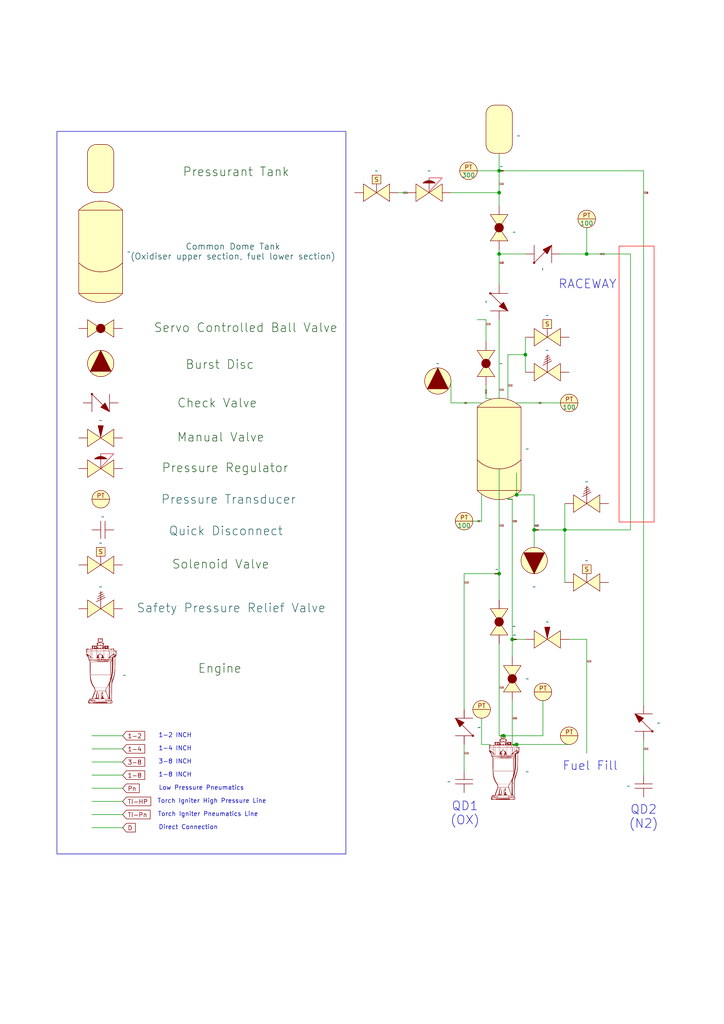
<source format=kicad_sch>
(kicad_sch (version 20250114) (generator "eeschema") (generator_version "9.0")
  (paper "A4" portrait)
  (title_block (title "Pluto Propulsion P&ID") (date "2025-02-25") (company "ICLR"))
  (lib_symbols
    (symbol "Ball_Valve_1"
      (property "Reference" "BV" (at 3.81 -4.318 0))
      (symbol "Ball_Valve_1_1_1"
        (pin passive line (at -2.54 0 0) (length 2.54) (name "") (number ""))
        (pin passive line (at 10.16 0 180) (length 2.54) (name "") (number ""))
      )
    )
    (symbol "Ball_Valve_2"
      (property "Reference" "BV" (at 3.81 -4.318 0))
      (symbol "Ball_Valve_2_1_1"
        (pin passive line (at -2.54 0 0) (length 2.54) (name "") (number ""))
        (pin passive line (at 10.16 0 180) (length 2.54) (name "") (number ""))
      )
    )
    (symbol "Ball_Valve_3"
      (property "Reference" "BV" (at 3.81 -4.318 0))
      (symbol "Ball_Valve_3_1_1"
        (pin passive line (at -2.54 0 0) (length 2.54) (name "") (number ""))
        (pin passive line (at 10.16 0 180) (length 2.54) (name "") (number ""))
      )
    )
    (symbol "Ball_Valve_4"
      (property "Reference" "BV" (at 3.81 -4.318 0))
      (symbol "Ball_Valve_4_1_1"
        (pin passive line (at -2.54 0 0) (length 2.54) (name "") (number ""))
        (pin passive line (at 10.16 0 180) (length 2.54) (name "") (number ""))
      )
    )
    (symbol "Burst_Disc_1"
      (property "Reference" "Burst_Disc" (at 0 -5.334 0))
      (symbol "Burst_Disc_1_1_1"
        (pin passive line (at -3.81 0 0) (length 0) (name "") (number ""))
        (pin passive line (at 0 -3.81 90) (length 0) (name "") (number ""))
        (pin passive line (at 3.81 0 180) (length 0) (name "") (number ""))
      )
    )
    (symbol "Burst_Disc_2"
      (property "Reference" "Burst_Disc" (at 0 -5.334 0))
      (symbol "Burst_Disc_2_1_1"
        (pin passive line (at -3.81 0 0) (length 0) (name "") (number ""))
        (pin passive line (at 0 -3.81 90) (length 0) (name "") (number ""))
        (pin passive line (at 3.81 0 180) (length 0) (name "") (number ""))
      )
    )
    (symbol "Check_Valve_1"
      (property "Reference" "CV" (at 2.54 -4.064 0))
      (symbol "Check_Valve_1_1_1"
        (pin bidirectional line (at -2.54 0 0) (length 2.54) (name "") (number ""))
        (pin bidirectional line (at 7.62 0 180) (length 2.54) (name "") (number ""))
      )
    )
    (symbol "Check_Valve_2"
      (property "Reference" "CV" (at 2.54 -4.064 0))
      (symbol "Check_Valve_2_1_1"
        (pin bidirectional line (at -2.54 0 0) (length 2.54) (name "") (number ""))
        (pin bidirectional line (at 7.62 0 180) (length 2.54) (name "") (number ""))
      )
    )
    (symbol "Check_Valve_3"
      (property "Reference" "CV" (at 2.54 -4.064 0))
      (symbol "Check_Valve_3_1_1"
        (pin bidirectional line (at -2.54 0 0) (length 2.54) (name "") (number ""))
        (pin bidirectional line (at 7.62 0 180) (length 2.54) (name "") (number ""))
      )
    )
    (symbol "Check_Valve_4"
      (property "Reference" "CV" (at 2.54 -4.064 0))
      (symbol "Check_Valve_4_1_1"
        (pin bidirectional line (at -2.54 0 0) (length 2.54) (name "") (number ""))
        (pin bidirectional line (at 7.62 0 180) (length 2.54) (name "") (number ""))
      )
    )
    (symbol "Common_Dome_Tank_1" (pin_numbers (hide yes)) (pin_names (hide yes))
      (symbol "Common_Dome_Tank_1_1_1"
        (pin passive line (at -5.08 8.89 270) (length 0) (name "") (number ""))
        (pin passive line (at -5.08 -17.78 90) (length 0) (name "") (number ""))
        (pin passive line (at -2.54 10.16 270) (length 0) (name "") (number ""))
        (pin passive line (at -2.54 -19.05 90) (length 0) (name "") (number ""))
        (pin passive line (at 0 10.16 270) (length 0) (name "") (number ""))
        (pin passive line (at 0 -10.16 90) (length 0) (name "") (number ""))
        (pin passive line (at 2.54 10.16 270) (length 0) (name "") (number ""))
        (pin passive line (at 2.54 -19.05 90) (length 0) (name "") (number ""))
        (pin passive line (at 5.08 8.89 270) (length 0) (name "") (number ""))
        (pin passive line (at 5.08 -17.78 90) (length 0) (name "") (number ""))
      )
    )
    (symbol "Engine_1"
      (property "Reference" "Engine" (at 0 0 0))
      (symbol "Engine_1_1_1"
        (pin input line (at -3.81 3.81 0) (length 0) (name "") (number ""))
        (pin input line (at 0 6.35 0) (length 0) (name "") (number ""))
        (pin input line (at 3.81 3.81 0) (length 0) (name "") (number ""))
      )
    )
    (symbol "Needle_Valve_1"
      (property "Reference" "Needle_Valve" (at 3.556 -3.81 0))
      (symbol "Needle_Valve_1_1_1"
        (pin passive line (at -2.54 0 0) (length 2.54) (name "") (number ""))
        (pin passive line (at 10.16 0 180) (length 2.54) (name "") (number ""))
      )
    )
    (symbol "PID_symbols:Ball_Valve"
      (property "Reference" "BV" (at 3.81 -4.318 0))
      (symbol "Ball_Valve_1_1"
        (pin passive line (at -2.54 0 0) (length 2.54) (name "") (number ""))
        (pin passive line (at 10.16 0 180) (length 2.54) (name "") (number ""))
      )
    )
    (symbol "PID_symbols:Burst_Disc"
      (property "Reference" "Burst_Disc" (at 0 -5.334 0))
      (symbol "Burst_Disc_1_1"
        (pin passive line (at -3.81 0 0) (length 0) (name "") (number ""))
        (pin passive line (at 0 -3.81 90) (length 0) (name "") (number ""))
        (pin passive line (at 3.81 0 180) (length 0) (name "") (number ""))
      )
    )
    (symbol "PID_symbols:Check_Valve"
      (property "Reference" "CV" (at 2.54 -4.064 0))
      (symbol "Check_Valve_1_1"
        (pin bidirectional line (at -2.54 0 0) (length 2.54) (name "") (number ""))
        (pin bidirectional line (at 7.62 0 180) (length 2.54) (name "") (number ""))
      )
    )
    (symbol "PID_symbols:Common_Dome_Tank"
      (symbol "Common_Dome_Tank_1_1"
        (pin passive line (at -5.08 8.89 270) (length 0) (name "") (number ""))
        (pin passive line (at -5.08 -17.78 90) (length 0) (name "") (number ""))
        (pin passive line (at -2.54 10.16 270) (length 0) (name "") (number ""))
        (pin passive line (at -2.54 -19.05 90) (length 0) (name "") (number ""))
        (pin passive line (at 0 10.16 270) (length 0) (name "") (number ""))
        (pin passive line (at 0 -10.16 90) (length 0) (name "") (number ""))
        (pin passive line (at 2.54 10.16 270) (length 0) (name "") (number ""))
        (pin passive line (at 2.54 -19.05 90) (length 0) (name "") (number ""))
        (pin passive line (at 5.08 8.89 270) (length 0) (name "") (number ""))
        (pin passive line (at 5.08 -17.78 90) (length 0) (name "") (number ""))
      )
    )
    (symbol "PID_symbols:Engine"
      (property "Reference" "Engine" (at 0 0 0))
      (symbol "Engine_1_1"
        (pin input line (at -3.81 3.81 0) (length 0) (name "") (number ""))
        (pin input line (at 0 6.35 0) (length 0) (name "") (number ""))
        (pin input line (at 3.81 3.81 0) (length 0) (name "") (number ""))
      )
    )
    (symbol "PID_symbols:Needle_Valve"
      (property "Reference" "Needle_Valve" (at 3.556 -3.81 0))
      (symbol "Needle_Valve_1_1"
        (pin passive line (at -2.54 0 0) (length 2.54) (name "") (number ""))
        (pin passive line (at 10.16 0 180) (length 2.54) (name "") (number ""))
      )
    )
    (symbol "PID_symbols:Pressure_Regulator"
      (property "Reference" "Reg" (at 3.81 -2.54 0))
      (symbol "Pressure_Regulator_1_1"
        (pin passive line (at -2.54 0 0) (length 2.54) (name "") (number ""))
        (pin passive line (at 10.16 0 180) (length 2.54) (name "") (number ""))
      )
    )
    (symbol "PID_symbols:Pressure_Transducer"
      (property "Reference" "PT" (at 0 -3.81 0))
      (symbol "Pressure_Transducer_1_1"
        (text "PT\n" (at 0 1.016 0) (effects (font (size 1.27 1.27))))
        (pin passive line (at -2.54 0 0) (length 0) (name "") (number ""))
        (pin passive line (at 0 -2.54 90) (length 0) (name "") (number ""))
        (pin passive line (at 2.54 0 180) (length 0) (name "") (number ""))
      )
    )
    (symbol "PID_symbols:Quick_Disconnect"
      (property "Reference" "QD" (at 0.762 -4.572 0))
      (symbol "Quick_Disconnect_1_1"
        (pin passive line (at -2.54 0 0) (length 2.54) (name "") (number ""))
        (pin passive line (at 3.81 0 180) (length 2.54) (name "") (number ""))
      )
    )
    (symbol "PID_symbols:SPRV"
      (property "Reference" "SPRV" (at 3.556 -3.302 0))
      (symbol "SPRV_1_1"
        (pin passive line (at -2.54 0 0) (length 2.54) (name "") (number ""))
        (pin passive line (at 10.16 0 180) (length 2.54) (name "") (number ""))
      )
    )
    (symbol "PID_symbols:Solenoid"
      (property "Reference" "Solenoid" (at 3.81 -3.81 0))
      (symbol "Solenoid_1_1"
        (text "S\n" (at 3.81 3.81 0) (effects (font (size 1.27 1.27))))
        (pin passive line (at -2.54 0 0) (length 2.54) (name "") (number ""))
        (pin passive line (at 10.16 0 180) (length 2.54) (name "") (number ""))
      )
    )
    (symbol "PID_symbols:Tank"
      (property "Reference" "T" (at 6.35 5.08 0))
      (symbol "Tank_1_1"
        (pin passive line (at 1.27 11.43 270) (length 0) (name "") (number ""))
        (pin passive line (at 1.27 -2.54 90) (length 0) (name "") (number ""))
      )
    )
    (symbol "PID_symbols:stop" (in_bom no) (on_board no)
      (symbol "stop_1_1"
        (pin bidirectional line (at -1.27 0 0) (length 0) (name "") (number ""))
        (pin bidirectional line (at 0 0 180) (length 0) (name "") (number ""))
      )
    )
    (symbol "Pressure_Regulator_1"
      (property "Reference" "Reg" (at 3.81 -2.54 0))
      (symbol "Pressure_Regulator_1_1_1"
        (pin passive line (at -2.54 0 0) (length 2.54) (name "") (number ""))
        (pin passive line (at 10.16 0 180) (length 2.54) (name "") (number ""))
      )
    )
    (symbol "Pressure_Transducer_1"
      (property "Reference" "PT" (at 0 -3.81 0))
      (symbol "Pressure_Transducer_1_1_1"
        (text "PT\n" (at 0 1.016 0) (effects (font (size 1.27 1.27))))
        (pin passive line (at -2.54 0 0) (length 0) (name "") (number ""))
        (pin passive line (at 0 -2.54 90) (length 0) (name "") (number ""))
        (pin passive line (at 2.54 0 180) (length 0) (name "") (number ""))
      )
    )
    (symbol "Pressure_Transducer_2"
      (property "Reference" "PT" (at 0 -3.81 0))
      (symbol "Pressure_Transducer_2_1_1"
        (text "PT\n" (at 0 1.016 0) (effects (font (size 1.27 1.27))))
        (pin passive line (at -2.54 0 0) (length 0) (name "") (number ""))
        (pin passive line (at 0 -2.54 90) (length 0) (name "") (number ""))
        (pin passive line (at 2.54 0 180) (length 0) (name "") (number ""))
      )
    )
    (symbol "Pressure_Transducer_3"
      (property "Reference" "PT" (at 0 -3.81 0))
      (symbol "Pressure_Transducer_3_1_1"
        (text "PT\n" (at 0 1.016 0) (effects (font (size 1.27 1.27))))
        (pin passive line (at -2.54 0 0) (length 0) (name "") (number ""))
        (pin passive line (at 0 -2.54 90) (length 0) (name "") (number ""))
        (pin passive line (at 2.54 0 180) (length 0) (name "") (number ""))
      )
    )
    (symbol "Pressure_Transducer_4"
      (property "Reference" "PT" (at 0 -3.81 0))
      (symbol "Pressure_Transducer_4_1_1"
        (text "PT\n" (at 0 1.016 0) (effects (font (size 1.27 1.27))))
        (pin passive line (at -2.54 0 0) (length 0) (name "") (number ""))
        (pin passive line (at 0 -2.54 90) (length 0) (name "") (number ""))
        (pin passive line (at 2.54 0 180) (length 0) (name "") (number ""))
      )
    )
    (symbol "Pressure_Transducer_5"
      (property "Reference" "PT" (at 0 -3.81 0))
      (symbol "Pressure_Transducer_5_1_1"
        (text "PT\n" (at 0 1.016 0) (effects (font (size 1.27 1.27))))
        (pin passive line (at -2.54 0 0) (length 0) (name "") (number ""))
        (pin passive line (at 0 -2.54 90) (length 0) (name "") (number ""))
        (pin passive line (at 2.54 0 180) (length 0) (name "") (number ""))
      )
    )
    (symbol "Pressure_Transducer_6"
      (property "Reference" "PT" (at 0 -3.81 0))
      (symbol "Pressure_Transducer_6_1_1"
        (text "PT\n" (at 0 1.016 0) (effects (font (size 1.27 1.27))))
        (pin passive line (at -2.54 0 0) (length 0) (name "") (number ""))
        (pin passive line (at 0 -2.54 90) (length 0) (name "") (number ""))
        (pin passive line (at 2.54 0 180) (length 0) (name "") (number ""))
      )
    )
    (symbol "Pressure_Transducer_7"
      (property "Reference" "PT" (at 0 -3.81 0))
      (symbol "Pressure_Transducer_7_1_1"
        (text "PT\n" (at 0 1.016 0) (effects (font (size 1.27 1.27))))
        (pin passive line (at -2.54 0 0) (length 0) (name "") (number ""))
        (pin passive line (at 0 -2.54 90) (length 0) (name "") (number ""))
        (pin passive line (at 2.54 0 180) (length 0) (name "") (number ""))
      )
    )
    (symbol "Quick_Disconnect_1"
      (property "Reference" "QD" (at 0.762 -4.572 0))
      (symbol "Quick_Disconnect_1_1_1"
        (pin passive line (at -2.54 0 0) (length 2.54) (name "") (number ""))
        (pin passive line (at 3.81 0 180) (length 2.54) (name "") (number ""))
      )
    )
    (symbol "Quick_Disconnect_2"
      (property "Reference" "QD" (at 0.762 -4.572 0))
      (symbol "Quick_Disconnect_2_1_1"
        (pin passive line (at -2.54 0 0) (length 2.54) (name "") (number ""))
        (pin passive line (at 3.81 0 180) (length 2.54) (name "") (number ""))
      )
    )
    (symbol "SPRV_1"
      (property "Reference" "SPRV" (at 3.556 -3.302 0))
      (symbol "SPRV_1_1_1"
        (pin passive line (at -2.54 0 0) (length 2.54) (name "") (number ""))
        (pin passive line (at 10.16 0 180) (length 2.54) (name "") (number ""))
      )
    )
    (symbol "SPRV_2"
      (property "Reference" "SPRV" (at 3.556 -3.302 0))
      (symbol "SPRV_2_1_1"
        (pin passive line (at -2.54 0 0) (length 2.54) (name "") (number ""))
        (pin passive line (at 10.16 0 180) (length 2.54) (name "") (number ""))
      )
    )
    (symbol "Solenoid_1"
      (property "Reference" "Solenoid" (at 3.81 -3.81 0))
      (symbol "Solenoid_1_1_1"
        (text "S\n" (at 3.81 3.81 0) (effects (font (size 1.27 1.27))))
        (pin passive line (at -2.54 0 0) (length 2.54) (name "") (number ""))
        (pin passive line (at 10.16 0 180) (length 2.54) (name "") (number ""))
      )
    )
    (symbol "Solenoid_2"
      (property "Reference" "Solenoid" (at 3.81 -3.81 0))
      (symbol "Solenoid_2_1_1"
        (text "S\n" (at 3.81 3.81 0) (effects (font (size 1.27 1.27))))
        (pin passive line (at -2.54 0 0) (length 2.54) (name "") (number ""))
        (pin passive line (at 10.16 0 180) (length 2.54) (name "") (number ""))
      )
    )
    (symbol "Solenoid_3"
      (property "Reference" "Solenoid" (at 3.81 -3.81 0))
      (symbol "Solenoid_3_1_1"
        (text "S\n" (at 3.81 3.81 0) (effects (font (size 1.27 1.27))))
        (pin passive line (at -2.54 0 0) (length 2.54) (name "") (number ""))
        (pin passive line (at 10.16 0 180) (length 2.54) (name "") (number ""))
      )
    )
    (symbol "Tank_1"
      (property "Reference" "T" (at 6.35 5.08 0))
      (symbol "Tank_1_1_1"
        (pin passive line (at 1.27 11.43 270) (length 0) (name "") (number ""))
        (pin passive line (at 1.27 -2.54 90) (length 0) (name "") (number ""))
      )
    )
    (symbol "stop_1" (in_bom no) (on_board no)
      (symbol "stop_1_1_1"
        (pin bidirectional line (at -1.27 0 0) (length 0) (name "") (number ""))
        (pin bidirectional line (at 0 0 180) (length 0) (name "") (number ""))
      )
    )
    (symbol "stop_2" (in_bom no) (on_board no)
      (symbol "stop_2_1_1"
        (pin bidirectional line (at -1.27 0 0) (length 0) (name "") (number ""))
        (pin bidirectional line (at 0 0 180) (length 0) (name "") (number ""))
      )
    )
    (symbol "stop_3" (in_bom no) (on_board no)
      (symbol "stop_3_1_1"
        (pin bidirectional line (at -1.27 0 0) (length 0) (name "") (number ""))
        (pin bidirectional line (at 0 0 180) (length 0) (name "") (number ""))
      )
    )
  )
  (rectangle (start 179.578 71.374) (end 189.738 151.384) (stroke (width 0) (color 255 0 0 1)))
  (rectangle (start 16.51 38.1) (end 100.33 247.65))
  (text "Low Pressure Pneumatics" (at 58.42 228.6 0) (effects (font (size 1.27 1.27))))
  (text "Torch Igniter Pneumatics Line" (at 60.325 236.22 0) (effects (font (size 1.27 1.27))))
  (text "QD1\n(OX)\n" (at 134.874 235.966 0) (effects (font (size 2.54 2.54))))
  (text "Safety Pressure Relief Valve\n" (at 67.056 176.53 0) (effects (font (size 2.54 2.54))))
  (text " Torch Igniter High Pressure Line" (at 60.96 232.41 0) (effects (font (size 1.27 1.27))))
  (text "1-8 INCH\n" (at 50.8 224.79 0) (effects (font (size 1.27 1.27))))
  (text "Direct Connection" (at 54.61 240.03 0) (effects (font (size 1.27 1.27))))
  (text "Common Dome Tank\n(Oxidiser upper section, fuel lower section)\n" (at 67.564 73.152 0) (effects (font (size 1.778 1.778))))
  (text "Solenoid Valve" (at 64.008 163.83 0) (effects (font (size 2.54 2.54))))
  (text "Fuel Fill\n" (at 171.196 222.25 0) (effects (font (size 2.54 2.54))))
  (text "Engine\n" (at 63.754 194.056 0) (effects (font (size 2.54 2.54))))
  (text "Quick Disconnect\n" (at 65.532 154.178 0) (effects (font (size 2.54 2.54))))
  (text "3-8 INCH\n" (at 50.8 220.98 0) (effects (font (size 1.27 1.27))))
  (text "RACEWAY" (at 170.434 82.55 0) (effects (font (size 2.54 2.54))))
  (text "1-4 INCH\n" (at 50.8 217.17 0) (effects (font (size 1.27 1.27))))
  (text "QD2\n(N2)\n" (at 186.69 236.982 0) (effects (font (size 2.54 2.54))))
  (text "1-2 INCH\n" (at 50.8 213.36 0) (effects (font (size 1.27 1.27))))
  (text "Pressure Transducer" (at 66.294 145.034 0) (effects (font (size 2.54 2.54))))
  (text "Manual Valve" (at 64.008 127 0) (effects (font (size 2.54 2.54))))
  (junction (at 144.78 55.88))
  (junction (at 144.78 49.53))
  (junction (at 148.59 185.42))
  (junction (at 154.94 153.67))
  (junction (at 146.05 213.36))
  (junction (at 149.86 143.51))
  (junction (at 144.78 166.37))
  (junction (at 163.83 153.67))
  (junction (at 152.4 102.87))
  (junction (at 149.86 215.9))
  (junction (at 144.78 73.66))
  (junction (at 170.18 73.66))
  (wire (pts (xy 148.59 185.42) (xy 148.59 190.5)))
  (wire (pts (xy 26.67 228.6) (xy 35.56 228.6)))
  (wire (pts (xy 170.18 66.04) (xy 170.18 73.66)))
  (wire (pts (xy 144.78 213.36) (xy 146.05 213.36)))
  (wire (pts (xy 144.78 49.53) (xy 144.78 55.88)))
  (wire (pts (xy 144.78 92.71) (xy 144.78 115.57)))
  (wire (pts (xy 186.69 49.53) (xy 186.69 204.47)))
  (wire (pts (xy 157.48 213.36) (xy 146.05 213.36)))
  (wire (pts (xy 163.83 146.05) (xy 163.83 153.67)))
  (wire (pts (xy 137.16 151.13) (xy 139.7 151.13)))
  (wire (pts (xy 26.67 213.36) (xy 35.56 213.36)))
  (wire (pts (xy 26.67 232.41) (xy 35.56 232.41)))
  (wire (pts (xy 139.7 215.9) (xy 142.24 215.9)))
  (wire (pts (xy 140.97 115.57) (xy 142.24 115.57)))
  (wire (pts (xy 138.43 92.71) (xy 140.97 92.71)))
  (wire (pts (xy 144.78 72.39) (xy 144.78 73.66)))
  (wire (pts (xy 144.78 73.66) (xy 152.4 73.66)))
  (wire (pts (xy 140.97 111.76) (xy 140.97 115.57)))
  (wire (pts (xy 148.59 215.9) (xy 149.86 215.9)) (stroke (width 0.3) (type dash)))
  (wire (pts (xy 140.97 92.71) (xy 140.97 99.06)))
  (wire (pts (xy 165.1 185.42) (xy 170.18 185.42)))
  (wire (pts (xy 130.81 116.84) (xy 130.81 110.49)))
  (wire (pts (xy 154.94 153.67) (xy 154.94 158.75)))
  (wire (pts (xy 146.05 49.53) (xy 186.69 49.53)))
  (wire (pts (xy 26.67 220.98) (xy 35.56 220.98)))
  (wire (pts (xy 139.7 208.28) (xy 139.7 215.9)))
  (wire (pts (xy 139.7 116.84) (xy 130.81 116.84)))
  (wire (pts (xy 162.56 73.66) (xy 170.18 73.66)))
  (wire (pts (xy 134.62 166.37) (xy 134.62 205.74)))
  (wire (pts (xy 165.1 215.9) (xy 149.86 215.9)))
  (wire (pts (xy 149.86 116.84) (xy 162.56 116.84)))
  (wire (pts (xy 149.86 143.51) (xy 154.94 143.51)))
  (wire (pts (xy 152.4 102.87) (xy 152.4 97.79)))
  (wire (pts (xy 149.86 137.16) (xy 149.86 143.51)))
  (wire (pts (xy 147.32 115.57) (xy 147.32 102.87)))
  (wire (pts (xy 170.18 73.66) (xy 182.88 73.66)))
  (wire (pts (xy 163.83 153.67) (xy 163.83 168.91)))
  (wire (pts (xy 26.67 224.79) (xy 35.56 224.79)))
  (wire (pts (xy 186.69 214.63) (xy 186.69 224.79)))
  (wire (pts (xy 156.21 153.67) (xy 163.83 153.67)))
  (wire (pts (xy 144.78 186.69) (xy 144.78 213.36)))
  (wire (pts (xy 154.94 143.51) (xy 154.94 153.67)))
  (wire (pts (xy 143.51 166.37) (xy 134.62 166.37)))
  (wire (pts (xy 26.67 217.17) (xy 35.56 217.17)))
  (wire (pts (xy 163.83 153.67) (xy 182.88 153.67)))
  (wire (pts (xy 157.48 203.2) (xy 157.48 213.36)))
  (wire (pts (xy 144.78 59.69) (xy 144.78 55.88)))
  (wire (pts (xy 152.4 102.87) (xy 152.4 107.95)))
  (wire (pts (xy 144.78 44.45) (xy 144.78 49.53)))
  (wire (pts (xy 26.67 240.03) (xy 35.56 240.03)))
  (wire (pts (xy 26.67 236.22) (xy 35.56 236.22)))
  (wire (pts (xy 134.62 215.9) (xy 134.62 223.52)))
  (wire (pts (xy 182.88 73.66) (xy 182.88 153.67)))
  (wire (pts (xy 148.59 144.78) (xy 147.32 144.78)) (stroke (width 0.3) (type dash)))
  (wire (pts (xy 130.81 55.88) (xy 144.78 55.88)))
  (wire (pts (xy 139.7 151.13) (xy 139.7 143.51)))
  (wire (pts (xy 115.57 55.88) (xy 118.11 55.88)))
  (wire (pts (xy 148.59 144.78) (xy 148.59 185.42)))
  (wire (pts (xy 144.78 135.89) (xy 144.78 166.37)))
  (wire (pts (xy 148.59 203.2) (xy 148.59 215.9)))
  (wire (pts (xy 144.78 166.37) (xy 144.78 173.99)))
  (wire (pts (xy 138.43 49.53) (xy 144.78 49.53)))
  (wire (pts (xy 144.78 73.66) (xy 144.78 82.55)))
  (wire (pts (xy 147.32 102.87) (xy 152.4 102.87)))
  (wire (pts (xy 170.18 185.42) (xy 170.18 218.44)))
  (wire (pts (xy 152.4 185.42) (xy 149.86 185.42)))
  (global_label "1-8" (shape input) (at 186.69 55.88 0) (effects (font (size 0.254 0.254))) (property "Intersheetrefs" "${INTERSHEET_REFS}" (effects (hide yes))))
  (global_label "D" (shape input) (at 156.21 116.84 0) (effects (font (size 0.254 0.254))) (property "Intersheetrefs" "${INTERSHEET_REFS}" (effects (hide yes))))
  (global_label "1-2" (shape input) (at 144.78 152.4 0) (effects (font (size 0.254 0.254))) (property "Intersheetrefs" "${INTERSHEET_REFS}" (effects (hide yes))))
  (global_label "1-4" (shape input) (at 147.32 111.76 0) (effects (font (size 0.254 0.254))) (property "Intersheetrefs" "${INTERSHEET_REFS}" (effects (hide yes))))
  (global_label "1-2" (shape input) (at 154.94 152.4 0) (effects (font (size 0.254 0.254))) (property "Intersheetrefs" "${INTERSHEET_REFS}" (effects (hide yes))))
  (global_label "1-4" (shape input) (at 144.78 113.03 0) (effects (font (size 0.254 0.254))) (property "Intersheetrefs" "${INTERSHEET_REFS}" (effects (hide yes))))
  (global_label "1-4" (shape input) (at 144.78 53.34 0) (effects (font (size 0.254 0.254))) (property "Intersheetrefs" "${INTERSHEET_REFS}" (effects (hide yes))))
  (global_label "D" (shape input) (at 35.56 240.03 0) (property "Intersheetrefs" "${INTERSHEET_REFS}" (effects (hide yes))))
  (global_label "1-4" (shape input) (at 186.69 217.17 0) (effects (font (size 0.254 0.254))) (property "Intersheetrefs" "${INTERSHEET_REFS}" (effects (hide yes))))
  (global_label "1-4" (shape input) (at 140.97 93.98 0) (effects (font (size 0.254 0.254))) (property "Intersheetrefs" "${INTERSHEET_REFS}" (effects (hide yes))))
  (global_label "3-8" (shape input) (at 148.59 151.13 0) (effects (font (size 0.254 0.254))) (property "Intersheetrefs" "${INTERSHEET_REFS}" (effects (hide yes))))
  (global_label "D" (shape input) (at 138.43 151.13 0) (effects (font (size 0.254 0.254))) (property "Intersheetrefs" "${INTERSHEET_REFS}" (effects (hide yes))))
  (global_label "1-4" (shape input) (at 134.62 168.91 0) (effects (font (size 0.254 0.254))) (property "Intersheetrefs" "${INTERSHEET_REFS}" (effects (hide yes))))
  (global_label "D" (shape input) (at 134.62 116.84 0) (effects (font (size 0.254 0.254))) (property "Intersheetrefs" "${INTERSHEET_REFS}" (effects (hide yes))))
  (global_label "3-8" (shape input) (at 144.78 76.2 0) (effects (font (size 0.254 0.254))) (property "Intersheetrefs" "${INTERSHEET_REFS}" (effects (hide yes))))
  (global_label "1-4" (shape input) (at 134.62 218.44 0) (effects (font (size 0.254 0.254))) (property "Intersheetrefs" "${INTERSHEET_REFS}" (effects (hide yes))))
  (global_label "1-4" (shape input) (at 35.56 217.17 0) (property "Intersheetrefs" "${INTERSHEET_REFS}" (effects (hide yes))))
  (global_label "1-2" (shape input) (at 35.56 213.36 0) (property "Intersheetrefs" "${INTERSHEET_REFS}" (effects (hide yes))))
  (global_label "1-8" (shape input) (at 35.56 224.79 0) (property "Intersheetrefs" "${INTERSHEET_REFS}" (effects (hide yes))))
  (global_label "1-4" (shape input) (at 170.18 191.77 0) (effects (font (size 0.254 0.254))) (property "Intersheetrefs" "${INTERSHEET_REFS}" (effects (hide yes))))
  (global_label "3-8" (shape input) (at 35.56 220.98 0) (property "Intersheetrefs" "${INTERSHEET_REFS}" (effects (hide yes))))
  (global_label "1-2" (shape input) (at 144.78 199.39 0) (effects (font (size 0.254 0.254))) (property "Intersheetrefs" "${INTERSHEET_REFS}" (effects (hide yes))))
  (global_label "1-4" (shape input) (at 173.99 73.66 0) (effects (font (size 0.254 0.254))) (property "Intersheetrefs" "${INTERSHEET_REFS}" (effects (hide yes))))
  (global_label "TI-Pn" (shape input) (at 35.56 236.22 0) (property "Intersheetrefs" "${INTERSHEET_REFS}" (effects (hide yes))))
  (global_label "3-8" (shape input) (at 148.59 208.28 0) (effects (font (size 0.254 0.254))) (property "Intersheetrefs" "${INTERSHEET_REFS}" (effects (hide yes))))
  (global_label "TI-HP" (shape input) (at 35.56 232.41 0) (property "Intersheetrefs" "${INTERSHEET_REFS}" (effects (hide yes))))
  (global_label "Pn" (shape input) (at 35.56 228.6 0) (property "Intersheetrefs" "${INTERSHEET_REFS}" (effects (hide yes))))
  (global_label "1-4" (shape input) (at 116.84 55.88 0) (effects (font (size 0.254 0.254))) (property "Intersheetrefs" "${INTERSHEET_REFS}" (effects (hide yes))))
  (global_label "1-4" (shape input) (at 140.97 114.3 90) (effects (font (size 0.254 0.254))) (property "Intersheetrefs" "${INTERSHEET_REFS}" (effects (hide yes))))
  (symbol (lib_name "Solenoid_1") (lib_id "PID_symbols:Solenoid") (at 166.37 168.91 0) (unit 1)
    (property "Reference" "Solenoid4" (effects (hide yes)))
    (property "Value" "~" (at 170.18 162.56 0))
  )
  (symbol (lib_id "PID_symbols:Pressure_Transducer") (at 165.1 116.84 0) (unit 1)
    (property "Reference" "PT10" (effects (hide yes)))
    (property "Value" "100" (at 165.1 118.11 0))
  )
  (symbol (lib_name "Solenoid_3") (lib_id "PID_symbols:Solenoid") (at 154.94 97.79 0) (unit 1)
    (property "Reference" "Solenoid3" (effects (hide yes)))
    (property "Value" "~" (at 158.75 91.44 0))
  )
  (symbol (lib_id "PID_symbols:Ball_Valve") (at 144.78 176.53 270) (unit 1)
    (property "Reference" "Ball_Valve2" (effects (hide yes)))
    (property "Value" "~" (at 148.59 181.61 90) (effects (justify left)))
  )
  (symbol (lib_id "PID_symbols:Pressure_Regulator") (at 25.4 135.89 0) (unit 1)
    (property "Reference" "Pressure_Regulator123" (effects (hide yes)))
    (property "Value" "Pressure Regulator" (at 65.278 135.636 0) (effects (font (size 2.54 2.54))))
    (property "Description" "Pressure Regulator" (effects (hide yes)))
  )
  (symbol (lib_name "Ball_Valve_4") (lib_id "PID_symbols:Ball_Valve") (at 144.78 69.85 90) (unit 1)
    (property "Reference" "BV11" (effects (hide yes)))
    (property "Value" "~" (at 148.59 67.31 90) (effects (justify right)))
  )
  (symbol (lib_id "PID_symbols:SPRV") (at 25.4 176.53 0) (unit 1)
    (property "Reference" "SPRV3" (effects (hide yes)))
    (property "Value" "~" (at 29.21 170.18 0))
  )
  (symbol (lib_name "Pressure_Transducer_1") (lib_id "PID_symbols:Pressure_Transducer") (at 134.62 151.13 0) (unit 1)
    (property "Reference" "PT9" (effects (hide yes)))
    (property "Value" "100" (at 134.62 152.4 0))
  )
  (symbol (lib_name "Ball_Valve_1") (lib_id "PID_symbols:Ball_Valve") (at 148.59 200.66 90) (unit 1)
    (property "Reference" "Ball_Valve3" (effects (hide yes)))
    (property "Value" "~" (at 152.4 196.85 90) (effects (justify right)))
  )
  (symbol (lib_name "Pressure_Regulator_1") (lib_id "PID_symbols:Pressure_Regulator") (at 120.65 55.88 0) (unit 1)
    (property "Reference" "Reg8" (effects (hide yes)))
    (property "Value" "~" (at 124.5225 49.53 0))
    (property "Description" "Pressure Regulator" (effects (hide yes)))
  )
  (symbol (lib_id "PID_symbols:Check_Valve") (at 134.62 213.36 270) (mirror x) (unit 1)
    (property "Reference" "Check_Valve2" (effects (hide yes)))
    (property "Value" "~" (at 138.43 210.947 90) (effects (justify left)))
  )
  (symbol (lib_name "Tank_1") (lib_id "PID_symbols:Tank") (at 27.94 53.34 0) (unit 1)
    (property "Reference" "Tank200" (effects (hide yes)))
    (property "Value" "Pressurant Tank" (at 52.832 49.784 0) (effects (font (size 2.54 2.54)) (justify left)))
  )
  (symbol (lib_name "stop_2") (lib_id "PID_symbols:stop") (at 149.86 185.42 0) (unit 1) (in_bom no) (on_board no)
    (property "Reference" "U4" (effects (hide yes)))
    (property "Value" "~" (at 149.225 184.15 0))
  )
  (symbol (lib_name "Pressure_Transducer_2") (lib_id "PID_symbols:Pressure_Transducer") (at 170.18 63.5 0) (unit 1)
    (property "Reference" "PT14" (effects (hide yes)))
    (property "Value" "100" (at 170.18 64.77 0))
  )
  (symbol (lib_name "Common_Dome_Tank_1") (lib_id "PID_symbols:Common_Dome_Tank") (at 29.21 68.58 0) (unit 1)
    (property "Reference" "CommonDomeTank2" (effects (hide yes)))
    (property "Value" "~" (at 36.83 73.0249 0) (effects (justify left)))
  )
  (symbol (lib_id "PID_symbols:Quick_Disconnect") (at 29.21 153.67 0) (unit 1)
    (property "Reference" "QD6" (effects (hide yes)))
    (property "Value" "~" (at 29.845 149.86 0))
  )
  (symbol (lib_name "Engine_1") (lib_id "PID_symbols:Engine") (at 29.21 191.77 0) (unit 1)
    (property "Reference" "Engine3" (effects (hide yes)))
    (property "Value" "~" (at 35.56 195.8269 0) (effects (justify left)))
  )
  (symbol (lib_id "PID_symbols:Needle_Valve") (at 25.4 127 0) (unit 1)
    (property "Reference" "Needle_Valve2" (effects (hide yes)))
    (property "Value" "~" (at 29.21 121.92 0))
  )
  (symbol (lib_name "Pressure_Transducer_5") (lib_id "PID_symbols:Pressure_Transducer") (at 165.1 213.36 0) (unit 1)
    (property "Reference" "PT15" (effects (hide yes)))
  )
  (symbol (lib_name "Check_Valve_1") (lib_id "PID_symbols:Check_Valve") (at 154.94 73.66 0) (mirror x) (unit 1)
    (property "Reference" "Check_Valve4" (effects (hide yes)))
    (property "Value" "~" (at 157.353 77.47 90) (effects (justify left)))
  )
  (symbol (lib_name "Pressure_Transducer_3") (lib_id "PID_symbols:Pressure_Transducer") (at 29.21 144.78 0) (unit 1)
    (property "Reference" "PT7" (effects (hide yes)))
  )
  (symbol (lib_name "Check_Valve_2") (lib_id "PID_symbols:Check_Valve") (at 144.78 85.09 90) (mirror x) (unit 1)
    (property "Reference" "Check_Valve3" (effects (hide yes)))
    (property "Value" "~" (at 140.97 87.503 0))
  )
  (symbol (lib_name "Ball_Valve_2") (lib_id "PID_symbols:Ball_Valve") (at 140.97 109.22 90) (unit 1)
    (property "Reference" "Ball_Valve1" (effects (hide yes)))
    (property "Value" "~" (at 144.78 105.41 90) (effects (justify right)))
  )
  (symbol (lib_name "stop_3") (lib_id "PID_symbols:stop") (at 146.05 49.53 0) (unit 1) (in_bom no) (on_board no)
    (property "Reference" "U5" (effects (hide yes)))
    (property "Value" "~" (at 145.415 48.26 0))
  )
  (symbol (lib_name "Check_Valve_3") (lib_id "PID_symbols:Check_Valve") (at 186.69 212.09 270) (mirror x) (unit 1)
    (property "Reference" "Check_Valve5" (effects (hide yes)))
    (property "Value" "~" (at 190.5 209.677 90) (effects (justify left)))
  )
  (symbol (lib_id "PID_symbols:Burst_Disc") (at 127 110.49 0) (unit 1)
    (property "Reference" "Burst_Disc4" (effects (hide yes)))
    (property "Value" "~" (at 127 105.41 0))
  )
  (symbol (lib_name "Pressure_Transducer_4") (lib_id "PID_symbols:Pressure_Transducer") (at 135.89 49.53 0) (unit 1)
    (property "Reference" "PT11" (effects (hide yes)))
    (property "Value" "300" (at 135.89 50.8 0))
  )
  (symbol (lib_id "PID_symbols:Tank") (at 143.51 41.91 0) (unit 1)
    (property "Reference" "NitrogenTank1" (effects (hide yes)))
    (property "Value" "~" (at 149.86 39.37 0) (effects (justify left)))
  )
  (symbol (lib_id "PID_symbols:Common_Dome_Tank") (at 144.78 125.73 0) (unit 1)
    (property "Reference" "CommonDomeTank1" (effects (hide yes)))
    (property "Value" "~" (at 152.4 130.1749 0) (effects (justify left)))
  )
  (symbol (lib_name "Burst_Disc_1") (lib_id "PID_symbols:Burst_Disc") (at 154.94 162.56 180) (unit 1)
    (property "Reference" "Burst_Disc7" (effects (hide yes)))
    (property "Value" "~" (at 154.94 170.18 0))
  )
  (symbol (lib_id "PID_symbols:Engine") (at 146.05 219.71 0) (unit 1)
    (property "Reference" "Engine2" (effects (hide yes)))
    (property "Value" "~" (at 152.4 223.7669 0) (effects (justify left)))
  )
  (symbol (lib_name "Quick_Disconnect_1") (lib_id "PID_symbols:Quick_Disconnect") (at 134.62 226.06 270) (unit 1)
    (property "Reference" "QD8" (effects (hide yes)))
    (property "Value" "~" (at 130.81 226.695 90) (effects (justify right)))
  )
  (symbol (lib_name "stop_1") (lib_id "PID_symbols:stop") (at 144.78 166.37 0) (unit 1) (in_bom no) (on_board no)
    (property "Reference" "U3" (effects (hide yes)))
    (property "Value" "~" (at 144.145 165.1 0))
  )
  (symbol (lib_name "Check_Valve_4") (lib_id "PID_symbols:Check_Valve") (at 26.67 116.84 0) (unit 1)
    (property "Reference" "Check_Valve112" (effects (hide yes)))
    (property "Value" "Check Valve" (at 62.992 116.84 0) (effects (font (size 2.54 2.54))))
  )
  (symbol (lib_name "Needle_Valve_1") (lib_id "PID_symbols:Needle_Valve") (at 154.94 185.42 0) (unit 1)
    (property "Reference" "Needle_Valve3" (effects (hide yes)))
    (property "Value" "~" (at 158.75 180.34 0))
  )
  (symbol (lib_name "Ball_Valve_3") (lib_id "PID_symbols:Ball_Valve") (at 25.4 95.25 0) (unit 1)
    (property "Reference" "Ball_Valve(ServoControlled)100" (effects (hide yes)))
    (property "Value" "Servo Controlled Ball Valve" (at 44.45 94.996 0) (effects (font (size 2.54 2.54)) (justify left)))
  )
  (symbol (lib_name "Burst_Disc_2") (lib_id "PID_symbols:Burst_Disc") (at 29.21 105.41 0) (unit 1)
    (property "Reference" "BurstDisc123" (effects (hide yes)))
    (property "Value" "Burst Disc" (at 63.754 105.664 0) (effects (font (size 2.54 2.54))))
  )
  (symbol (lib_id "PID_symbols:Solenoid") (at 25.4 163.83 0) (unit 1)
    (property "Reference" "Solenoid1" (effects (hide yes)))
    (property "Value" "~" (at 29.21 157.48 0))
  )
  (symbol (lib_name "Quick_Disconnect_2") (lib_id "PID_symbols:Quick_Disconnect") (at 186.69 227.33 270) (unit 1)
    (property "Reference" "QD7" (effects (hide yes)))
    (property "Value" "~" (at 182.88 227.965 90) (effects (justify right)))
  )
  (symbol (lib_id "PID_symbols:stop") (at 156.21 153.67 0) (unit 1) (in_bom no) (on_board no)
    (property "Reference" "U2" (effects (hide yes)))
    (property "Value" "~" (at 155.575 152.4 0))
  )
  (symbol (lib_name "SPRV_1") (lib_id "PID_symbols:SPRV") (at 166.37 146.05 0) (unit 1)
    (property "Reference" "SPRV5" (effects (hide yes)))
    (property "Value" "~" (at 170.18 139.7 0))
  )
  (symbol (lib_name "Pressure_Transducer_7") (lib_id "PID_symbols:Pressure_Transducer") (at 157.48 200.66 0) (unit 1)
    (property "Reference" "PT38" (effects (hide yes)))
  )
  (symbol (lib_name "Pressure_Transducer_6") (lib_id "PID_symbols:Pressure_Transducer") (at 139.7 205.74 0) (unit 1)
    (property "Reference" "PT37" (effects (hide yes)))
  )
  (symbol (lib_name "Solenoid_2") (lib_id "PID_symbols:Solenoid") (at 105.41 55.88 0) (unit 1)
    (property "Reference" "Solenoid2" (effects (hide yes)))
    (property "Value" "~" (at 109.22 49.53 0))
  )
  (symbol (lib_name "SPRV_2") (lib_id "PID_symbols:SPRV") (at 154.94 107.95 0) (unit 1)
    (property "Reference" "SPRV4" (effects (hide yes)))
    (property "Value" "~" (at 158.75 101.6 0))
  )
)
</source>
